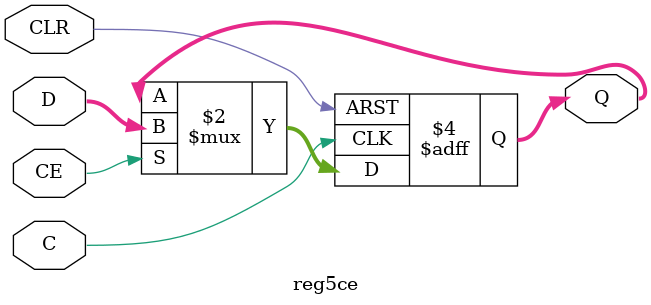
<source format=v>
`timescale 1ns / 1ps

module reg5ce(Q, C, CE, CLR, D);

   
   output reg [4:0]      Q;

   input 	      C;	
   input 	      CE;	
   input 	      CLR;	
   input  [4:0]      D;
  
     
   always @(posedge C or posedge CLR)
     begin
	if (CLR)
	  Q <= 5'b00000;
	else if (CE)
          Q <= D;
     end
   
   
endmodule
</source>
